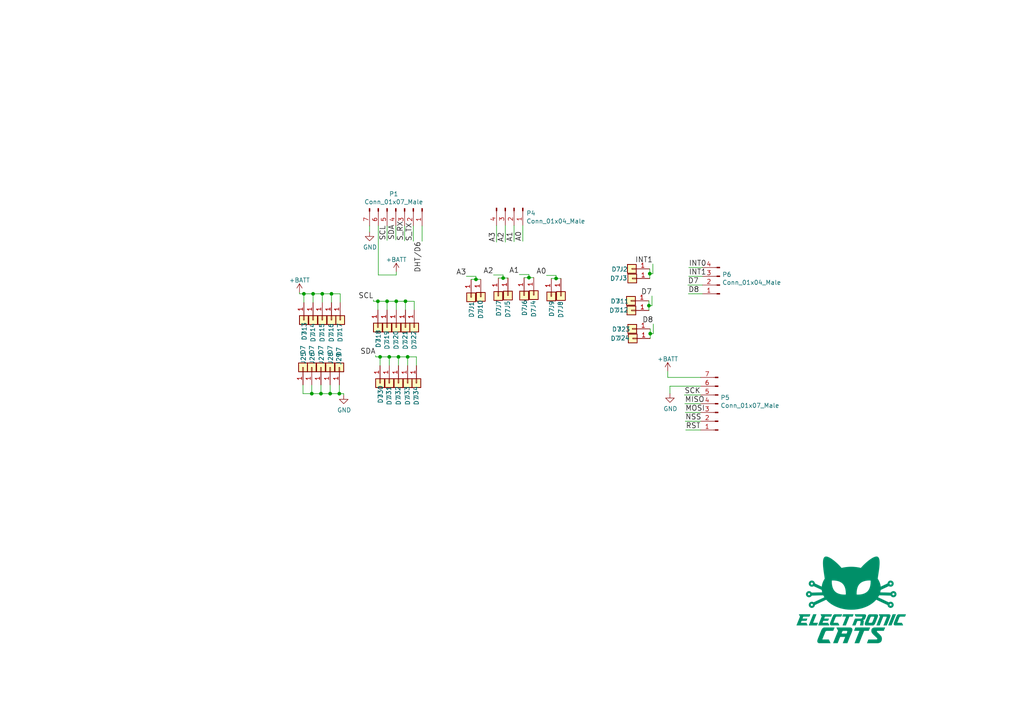
<source format=kicad_sch>
(kicad_sch (version 20230121) (generator eeschema)
  (paper "A4")
  (title_block (title "SensorBoard CatSat v1.0") (date "2016-10-16") (rev "0.3") (company "Electronic Cats") (comment 1 "Andres Sabas") (comment 2 "Eduardo Contreras"))
  (lib_symbols
    (symbol "Connector_Generic:Conn_01x01" (pin_names (offset 1.016) hide)
      (property "Reference" "J" (at 0 2.54 0))
      (property "Value" "Conn_01x01" (at 0 -2.54 0))
      (symbol "Conn_01x01_1_1"
        (rectangle (start -1.27 0.127) (end 0 -0.127) (stroke (width 0.1524)))
        (rectangle (start -1.27 1.27) (end 1.27 -1.27) (stroke (width 0.254)) (fill (type background)))
        (pin passive line (at -5.08 0 0) (length 3.81) (name "Pin_1") (number "1"))
      )
    )
    (symbol "breakout-rescue:Conn_01x04_Male-Connector" (pin_names (offset 1.016) hide)
      (property "Reference" "J" (at 0 5.08 0))
      (property "Value" "Connector:Conn_01x04_Male" (at 0 -7.62 0))
      (symbol "Conn_01x04_Male-Connector_1_1"
        (polyline (pts (xy 1.27 -5.08) (xy 0.8636 -5.08)) (stroke (width 0.1524)))
        (polyline (pts (xy 1.27 -2.54) (xy 0.8636 -2.54)) (stroke (width 0.1524)))
        (polyline (pts (xy 1.27 0) (xy 0.8636 0)) (stroke (width 0.1524)))
        (polyline (pts (xy 1.27 2.54) (xy 0.8636 2.54)) (stroke (width 0.1524)))
        (rectangle (start 0.8636 -4.953) (end 0 -5.207) (stroke (width 0.1524)) (fill (type outline)))
        (rectangle (start 0.8636 -2.413) (end 0 -2.667) (stroke (width 0.1524)) (fill (type outline)))
        (rectangle (start 0.8636 0.127) (end 0 -0.127) (stroke (width 0.1524)) (fill (type outline)))
        (rectangle (start 0.8636 2.667) (end 0 2.413) (stroke (width 0.1524)) (fill (type outline)))
        (pin passive line (at 5.08 2.54 180) (length 3.81) (name "Pin_1") (number "1"))
        (pin passive line (at 5.08 0 180) (length 3.81) (name "Pin_2") (number "2"))
        (pin passive line (at 5.08 -2.54 180) (length 3.81) (name "Pin_3") (number "3"))
        (pin passive line (at 5.08 -5.08 180) (length 3.81) (name "Pin_4") (number "4"))
      )
    )
    (symbol "breakout-rescue:Conn_01x07_Male-Connector" (pin_names (offset 1.016) hide)
      (property "Reference" "J" (at 0 10.16 0))
      (property "Value" "Connector:Conn_01x07_Male" (at 0 -10.16 0))
      (symbol "Conn_01x07_Male-Connector_1_1"
        (polyline (pts (xy 1.27 -7.62) (xy 0.8636 -7.62)) (stroke (width 0.1524)))
        (polyline (pts (xy 1.27 -5.08) (xy 0.8636 -5.08)) (stroke (width 0.1524)))
        (polyline (pts (xy 1.27 -2.54) (xy 0.8636 -2.54)) (stroke (width 0.1524)))
        (polyline (pts (xy 1.27 0) (xy 0.8636 0)) (stroke (width 0.1524)))
        (polyline (pts (xy 1.27 2.54) (xy 0.8636 2.54)) (stroke (width 0.1524)))
        (polyline (pts (xy 1.27 5.08) (xy 0.8636 5.08)) (stroke (width 0.1524)))
        (polyline (pts (xy 1.27 7.62) (xy 0.8636 7.62)) (stroke (width 0.1524)))
        (rectangle (start 0.8636 -7.493) (end 0 -7.747) (stroke (width 0.1524)) (fill (type outline)))
        (rectangle (start 0.8636 -4.953) (end 0 -5.207) (stroke (width 0.1524)) (fill (type outline)))
        (rectangle (start 0.8636 -2.413) (end 0 -2.667) (stroke (width 0.1524)) (fill (type outline)))
        (rectangle (start 0.8636 0.127) (end 0 -0.127) (stroke (width 0.1524)) (fill (type outline)))
        (rectangle (start 0.8636 2.667) (end 0 2.413) (stroke (width 0.1524)) (fill (type outline)))
        (rectangle (start 0.8636 5.207) (end 0 4.953) (stroke (width 0.1524)) (fill (type outline)))
        (rectangle (start 0.8636 7.747) (end 0 7.493) (stroke (width 0.1524)) (fill (type outline)))
        (pin passive line (at 5.08 7.62 180) (length 3.81) (name "Pin_1") (number "1"))
        (pin passive line (at 5.08 5.08 180) (length 3.81) (name "Pin_2") (number "2"))
        (pin passive line (at 5.08 2.54 180) (length 3.81) (name "Pin_3") (number "3"))
        (pin passive line (at 5.08 0 180) (length 3.81) (name "Pin_4") (number "4"))
        (pin passive line (at 5.08 -2.54 180) (length 3.81) (name "Pin_5") (number "5"))
        (pin passive line (at 5.08 -5.08 180) (length 3.81) (name "Pin_6") (number "6"))
        (pin passive line (at 5.08 -7.62 180) (length 3.81) (name "Pin_7") (number "7"))
      )
    )
    (symbol "power:+BATT" (power) (pin_names (offset 0))
      (property "Value" "+BATT" (at 0 3.556 0))
      (symbol "+BATT_0_1"
        (polyline (pts (xy -0.762 1.27) (xy 0 2.54)))
        (polyline (pts (xy 0 0) (xy 0 2.54)))
        (polyline (pts (xy 0 2.54) (xy 0.762 1.27)))
      )
      (symbol "+BATT_1_1"
        (pin power_in line (at 0 0 90) (length 0) hide (name "+BATT") (number "1"))
      )
    )
    (symbol "power:GND" (power) (pin_names (offset 0))
      (property "Value" "GND" (at 0 -3.81 0))
      (symbol "GND_0_1"
        (polyline (pts (xy 0 0) (xy 0 -1.27) (xy 1.27 -1.27) (xy 0 -2.54) (xy -1.27 -1.27) (xy 0 -1.27)))
      )
      (symbol "GND_1_1"
        (pin power_in line (at 0 0 270) (length 0) hide (name "GND") (number "1"))
      )
    )
  )
  (junction (at 115.57 103.505))
  (junction (at 188.595 96.774))
  (junction (at 90.805 85.217))
  (junction (at 118.237 103.505))
  (junction (at 88.138 85.217))
  (junction (at 109.601 87.376))
  (junction (at 117.602 87.376))
  (junction (at 112.268 87.376))
  (junction (at 96.139 85.217))
  (junction (at 188.468 79.375))
  (junction (at 112.903 103.505))
  (junction (at 138.049 81.026))
  (junction (at 145.923 80.645))
  (junction (at 95.758 114.173))
  (junction (at 98.425 114.173))
  (junction (at 114.935 87.376))
  (junction (at 93.472 85.217))
  (junction (at 90.424 114.173))
  (junction (at 188.214 88.646))
  (junction (at 93.091 114.173))
  (junction (at 110.236 103.505))
  (junction (at 153.416 80.518))
  (junction (at 161.29 80.772))
  (wire (pts (xy 203.2 124.714) (xy 198.882 124.714)))
  (wire (pts (xy 151.638 65.405) (xy 151.638 69.977)))
  (wire (pts (xy 188.468 80.772) (xy 188.468 79.375)))
  (wire (pts (xy 203.2 114.554) (xy 198.501 114.554)))
  (wire (pts (xy 189.103 88.646) (xy 188.214 88.646)))
  (wire (pts (xy 112.903 103.505) (xy 110.236 103.505)))
  (wire (pts (xy 112.268 89.916) (xy 112.268 87.376)))
  (wire (pts (xy 107.188 67.31) (xy 107.188 65.532)))
  (wire (pts (xy 161.29 80.772) (xy 159.893 80.772)))
  (wire (pts (xy 112.903 103.505) (xy 115.57 103.505)))
  (wire (pts (xy 99.695 114.554) (xy 99.695 114.173)))
  (wire (pts (xy 109.728 79.756) (xy 114.935 79.756)))
  (wire (pts (xy 146.558 65.405) (xy 146.558 70.231)))
  (wire (pts (xy 90.424 114.173) (xy 87.884 114.173)))
  (wire (pts (xy 112.268 87.376) (xy 114.935 87.376)))
  (wire (pts (xy 115.57 106.045) (xy 115.57 103.505)))
  (wire (pts (xy 189.103 85.852) (xy 189.103 88.646)))
  (wire (pts (xy 112.268 87.376) (xy 109.601 87.376)))
  (wire (pts (xy 87.884 111.633) (xy 87.884 114.173)))
  (wire (pts (xy 162.687 80.772) (xy 161.29 80.772)))
  (wire (pts (xy 189.484 96.774) (xy 188.595 96.774)))
  (wire (pts (xy 108.331 87.376) (xy 109.601 87.376)))
  (wire (pts (xy 203.708 80.137) (xy 199.771 80.137)))
  (wire (pts (xy 203.708 85.217) (xy 199.644 85.217)))
  (wire (pts (xy 193.675 109.474) (xy 203.2 109.474)))
  (wire (pts (xy 95.758 111.633) (xy 95.758 114.173)))
  (wire (pts (xy 114.935 79.756) (xy 114.935 78.867)))
  (wire (pts (xy 144.018 65.405) (xy 144.018 70.231)))
  (wire (pts (xy 114.935 89.916) (xy 114.935 87.376)))
  (wire (pts (xy 144.526 80.645) (xy 144.526 80.772)))
  (wire (pts (xy 154.813 80.518) (xy 153.416 80.518)))
  (wire (pts (xy 203.2 117.094) (xy 198.628 117.094)))
  (wire (pts (xy 143.129 79.756) (xy 145.923 79.756)))
  (wire (pts (xy 114.808 65.532) (xy 114.808 69.596)))
  (wire (pts (xy 109.601 87.376) (xy 109.601 89.916)))
  (wire (pts (xy 149.098 65.405) (xy 149.098 70.104)))
  (wire (pts (xy 188.595 98.171) (xy 188.595 96.774)))
  (wire (pts (xy 194.31 112.014) (xy 194.31 114.173)))
  (wire (pts (xy 203.2 122.174) (xy 198.755 122.174)))
  (wire (pts (xy 117.348 65.532) (xy 117.348 69.85)))
  (wire (pts (xy 120.142 89.916) (xy 120.142 87.376)))
  (wire (pts (xy 93.091 111.633) (xy 93.091 114.173)))
  (wire (pts (xy 153.416 79.629) (xy 153.416 80.518)))
  (wire (pts (xy 90.805 85.217) (xy 93.472 85.217)))
  (wire (pts (xy 95.758 114.173) (xy 98.425 114.173)))
  (wire (pts (xy 188.468 79.375) (xy 188.468 77.978)))
  (wire (pts (xy 110.236 103.505) (xy 110.236 106.045)))
  (wire (pts (xy 189.357 76.581) (xy 189.357 79.375)))
  (wire (pts (xy 122.428 65.532) (xy 122.428 69.977)))
  (wire (pts (xy 145.923 79.756) (xy 145.923 80.645)))
  (wire (pts (xy 135.255 80.137) (xy 138.049 80.137)))
  (wire (pts (xy 189.357 79.375) (xy 188.468 79.375)))
  (wire (pts (xy 193.675 107.696) (xy 193.675 109.474)))
  (wire (pts (xy 117.602 89.916) (xy 117.602 87.376)))
  (wire (pts (xy 203.2 119.634) (xy 198.755 119.634)))
  (wire (pts (xy 189.484 93.98) (xy 189.484 96.774)))
  (wire (pts (xy 188.214 87.249) (xy 188.087 87.249)))
  (wire (pts (xy 188.595 95.377) (xy 188.468 95.377)))
  (wire (pts (xy 114.935 87.376) (xy 117.602 87.376)))
  (wire (pts (xy 147.32 80.645) (xy 145.923 80.645)))
  (wire (pts (xy 138.049 81.026) (xy 136.652 81.026)))
  (wire (pts (xy 90.805 87.757) (xy 90.805 85.217)))
  (wire (pts (xy 188.595 96.774) (xy 188.595 95.377)))
  (wire (pts (xy 119.888 65.532) (xy 119.888 69.977)))
  (wire (pts (xy 96.139 85.217) (xy 98.679 85.217)))
  (wire (pts (xy 118.237 103.505) (xy 120.777 103.505)))
  (wire (pts (xy 152.019 80.518) (xy 152.019 80.645)))
  (wire (pts (xy 115.57 103.505) (xy 118.237 103.505)))
  (wire (pts (xy 138.049 80.137) (xy 138.049 81.026)))
  (wire (pts (xy 194.31 112.014) (xy 203.2 112.014)))
  (wire (pts (xy 188.214 88.646) (xy 188.214 87.249)))
  (wire (pts (xy 203.708 77.597) (xy 199.771 77.597)))
  (wire (pts (xy 86.868 84.836) (xy 86.868 85.217)))
  (wire (pts (xy 136.652 81.026) (xy 136.652 81.153)))
  (wire (pts (xy 93.472 85.217) (xy 96.139 85.217)))
  (wire (pts (xy 108.966 103.124) (xy 108.966 103.505)))
  (wire (pts (xy 98.679 87.757) (xy 98.679 85.217)))
  (wire (pts (xy 159.893 80.772) (xy 159.893 80.899)))
  (wire (pts (xy 90.424 111.633) (xy 90.424 114.173)))
  (wire (pts (xy 96.139 87.757) (xy 96.139 85.217)))
  (wire (pts (xy 93.472 87.757) (xy 93.472 85.217)))
  (wire (pts (xy 99.695 114.173) (xy 98.425 114.173)))
  (wire (pts (xy 95.758 114.173) (xy 93.091 114.173)))
  (wire (pts (xy 158.496 79.883) (xy 161.29 79.883)))
  (wire (pts (xy 86.868 85.217) (xy 88.138 85.217)))
  (wire (pts (xy 88.138 85.217) (xy 88.138 87.757)))
  (wire (pts (xy 112.903 106.045) (xy 112.903 103.505)))
  (wire (pts (xy 188.214 90.043) (xy 188.214 88.646)))
  (wire (pts (xy 90.805 85.217) (xy 88.138 85.217)))
  (wire (pts (xy 117.602 87.376) (xy 120.142 87.376)))
  (wire (pts (xy 108.331 86.995) (xy 108.331 87.376)))
  (wire (pts (xy 120.777 106.045) (xy 120.777 103.505)))
  (wire (pts (xy 145.923 80.645) (xy 144.526 80.645)))
  (wire (pts (xy 161.29 79.883) (xy 161.29 80.772)))
  (wire (pts (xy 93.091 114.173) (xy 90.424 114.173)))
  (wire (pts (xy 153.416 80.518) (xy 152.019 80.518)))
  (wire (pts (xy 150.622 79.629) (xy 153.416 79.629)))
  (wire (pts (xy 109.728 65.532) (xy 109.728 79.756)))
  (wire (pts (xy 112.268 65.532) (xy 112.268 69.723)))
  (wire (pts (xy 188.468 77.978) (xy 188.341 77.978)))
  (wire (pts (xy 139.446 81.026) (xy 138.049 81.026)))
  (wire (pts (xy 118.237 106.045) (xy 118.237 103.505)))
  (wire (pts (xy 203.708 82.677) (xy 199.517 82.677)))
  (wire (pts (xy 108.966 103.505) (xy 110.236 103.505)))
  (wire (pts (xy 98.425 114.173) (xy 98.425 111.633)))
  (image (at 246.888 173.99))
  (label "A2" (at 143.129 79.756 180) (effects (font (size 1.524 1.524))))
  (label "A2" (at 146.558 70.231 90) (effects (font (size 1.524 1.524))))
  (label "MOSI" (at 198.755 119.634 0) (effects (font (size 1.524 1.524))))
  (label "A0" (at 151.638 69.977 90) (effects (font (size 1.524 1.524))))
  (label "D7" (at 199.517 82.677 0) (effects (font (size 1.524 1.524))))
  (label "SCL" (at 108.331 86.995 180) (effects (font (size 1.524 1.524))))
  (label "A0" (at 158.496 79.883 180) (effects (font (size 1.524 1.524))))
  (label "SCL" (at 112.268 69.723 90) (effects (font (size 1.524 1.524))))
  (label "INT1" (at 199.771 80.137 0) (effects (font (size 1.524 1.524))))
  (label "A3" (at 135.255 80.137 180) (effects (font (size 1.524 1.524))))
  (label "SDA" (at 114.808 69.596 90) (effects (font (size 1.524 1.524))))
  (label "S_TX" (at 119.888 69.977 90) (effects (font (size 1.524 1.524))))
  (label "D8" (at 189.484 93.98 180) (effects (font (size 1.524 1.524))))
  (label "DHT/D6" (at 122.428 69.977 270) (effects (font (size 1.524 1.524))))
  (label "S_RX" (at 117.348 69.85 90) (effects (font (size 1.524 1.524))))
  (label "RST" (at 198.882 124.714 0) (effects (font (size 1.524 1.524))))
  (label "NSS" (at 198.755 122.174 0) (effects (font (size 1.524 1.524))))
  (label "A1" (at 149.098 70.104 90) (effects (font (size 1.524 1.524))))
  (label "D8" (at 199.644 85.217 0) (effects (font (size 1.524 1.524))))
  (label "INT0" (at 199.771 77.597 0) (effects (font (size 1.524 1.524))))
  (label "MISO" (at 198.628 117.094 0) (effects (font (size 1.524 1.524))))
  (label "D7" (at 189.103 85.852 180) (effects (font (size 1.524 1.524))))
  (label "SDA" (at 108.966 103.124 180) (effects (font (size 1.524 1.524))))
  (label "INT1" (at 189.357 76.581 180) (effects (font (size 1.524 1.524))))
  (label "A1" (at 150.622 79.629 180) (effects (font (size 1.524 1.524))))
  (label "SCK" (at 198.501 114.554 0) (effects (font (size 1.524 1.524))))
  (label "A3" (at 144.018 70.231 90) (effects (font (size 1.524 1.524))))
  (symbol (lib_id "power:+BATT") (at 114.935 78.867 0) (unit 1)
    (property "Reference" "#PWR01" (effects hide))
    (property "Value" "+BATT" (at 114.935 75.311 0))
  )
  (symbol (lib_id "power:+BATT") (at 193.675 107.696 0) (unit 1)
    (property "Reference" "#PWR04" (effects hide))
    (property "Value" "+BATT" (at 193.675 104.14 0))
  )
  (symbol (lib_id "breakout-rescue:Conn_01x04_Male-Connector") (at 208.788 82.677 180) (unit 1)
    (property "Reference" "P6" (at 209.4738 79.629 0) (effects (justify right)))
    (property "Value" "Conn_01x04_Male" (at 209.4738 81.9404 0) (effects (justify right)))
  )
  (symbol (lib_id "breakout-rescue:Conn_01x04_Male-Connector") (at 149.098 60.325 270) (unit 1)
    (property "Reference" "P4" (at 152.654 61.849 90) (effects (justify left)))
    (property "Value" "Conn_01x04_Male" (at 152.654 64.1604 90) (effects (justify left)))
  )
  (symbol (lib_id "breakout-rescue:Conn_01x07_Male-Connector") (at 114.808 60.452 270) (unit 1)
    (property "Reference" "P1" (at 114.1984 56.261 90))
    (property "Value" "Conn_01x07_Male" (at 114.1984 58.5724 90))
  )
  (symbol (lib_id "breakout-rescue:Conn_01x07_Male-Connector") (at 208.28 117.094 180) (unit 1)
    (property "Reference" "P5" (at 208.9658 115.316 0) (effects (justify right)))
    (property "Value" "Conn_01x07_Male" (at 208.9658 117.6274 0) (effects (justify right)))
  )
  (symbol (lib_id "power:GND") (at 107.188 67.31 0) (unit 1)
    (property "Reference" "#PWR0101" (effects hide))
    (property "Value" "GND" (at 107.315 71.7042 0))
  )
  (symbol (lib_id "power:GND") (at 194.31 114.173 0) (unit 1)
    (property "Reference" "#PWR0102" (effects hide))
    (property "Value" "GND" (at 194.437 118.5672 0))
  )
  (symbol (lib_id "Connector_Generic:Conn_01x01") (at 136.652 86.233 270) (unit 1)
    (property "Reference" "J1" (at 136.779 88.646 0))
    (property "Value" "D7" (at 136.779 90.805 0))
    (property "Footprint" "CatSat:Pin" (effects hide))
  )
  (symbol (lib_id "Connector_Generic:Conn_01x01") (at 139.446 86.106 270) (unit 1)
    (property "Reference" "J10" (at 139.319 88.773 0))
    (property "Value" "D7" (at 139.446 91.186 0))
    (property "Footprint" "CatSat:Pin" (effects hide))
  )
  (symbol (lib_id "Connector_Generic:Conn_01x01") (at 144.526 85.852 270) (unit 1)
    (property "Reference" "J7" (at 144.653 88.265 0))
    (property "Value" "D7" (at 144.653 90.424 0))
    (property "Footprint" "CatSat:Pin" (effects hide))
  )
  (symbol (lib_id "Connector_Generic:Conn_01x01") (at 147.32 85.725 270) (unit 1)
    (property "Reference" "J5" (at 147.193 88.392 0))
    (property "Value" "D7" (at 147.32 90.805 0))
    (property "Footprint" "CatSat:Pin" (effects hide))
  )
  (symbol (lib_id "Connector_Generic:Conn_01x01") (at 152.019 85.725 270) (unit 1)
    (property "Reference" "J6" (at 152.146 88.138 0))
    (property "Value" "D7" (at 152.146 90.297 0))
    (property "Footprint" "CatSat:Pin" (effects hide))
  )
  (symbol (lib_id "Connector_Generic:Conn_01x01") (at 154.813 85.598 270) (unit 1)
    (property "Reference" "J4" (at 154.686 88.265 0))
    (property "Value" "D7" (at 154.813 90.678 0))
    (property "Footprint" "CatSat:Pin" (effects hide))
  )
  (symbol (lib_id "Connector_Generic:Conn_01x01") (at 159.893 85.979 270) (unit 1)
    (property "Reference" "J9" (at 160.02 88.392 0))
    (property "Value" "D7" (at 160.02 90.551 0))
    (property "Footprint" "CatSat:Pin" (effects hide))
  )
  (symbol (lib_id "Connector_Generic:Conn_01x01") (at 162.687 85.852 270) (unit 1)
    (property "Reference" "J8" (at 162.56 88.519 0))
    (property "Value" "D7" (at 162.687 90.932 0))
    (property "Footprint" "CatSat:Pin" (effects hide))
  )
  (symbol (lib_id "Connector_Generic:Conn_01x01") (at 183.261 77.978 180) (unit 1)
    (property "Reference" "J2" (at 180.848 78.105 0))
    (property "Value" "D7" (at 178.689 78.105 0))
    (property "Footprint" "CatSat:Pin" (effects hide))
  )
  (symbol (lib_id "Connector_Generic:Conn_01x01") (at 183.388 80.772 180) (unit 1)
    (property "Reference" "J3" (at 180.721 80.645 0))
    (property "Value" "D7" (at 178.308 80.772 0))
    (property "Footprint" "CatSat:Pin" (effects hide))
  )
  (symbol (lib_id "Connector_Generic:Conn_01x01") (at 183.007 87.249 180) (unit 1)
    (property "Reference" "J11" (at 180.594 87.376 0))
    (property "Value" "D7" (at 178.435 87.376 0))
    (property "Footprint" "CatSat:Pin" (effects hide))
  )
  (symbol (lib_id "Connector_Generic:Conn_01x01") (at 183.134 90.043 180) (unit 1)
    (property "Reference" "J12" (at 180.467 89.916 0))
    (property "Value" "D7" (at 178.054 90.043 0))
    (property "Footprint" "CatSat:Pin" (effects hide))
  )
  (symbol (lib_id "Connector_Generic:Conn_01x01") (at 183.388 95.377 180) (unit 1)
    (property "Reference" "J23" (at 180.975 95.504 0))
    (property "Value" "D7" (at 178.816 95.504 0))
    (property "Footprint" "CatSat:Pin" (effects hide))
  )
  (symbol (lib_id "Connector_Generic:Conn_01x01") (at 183.515 98.171 180) (unit 1)
    (property "Reference" "J24" (at 180.848 98.044 0))
    (property "Value" "D7" (at 178.435 98.171 0))
    (property "Footprint" "CatSat:Pin" (effects hide))
  )
  (symbol (lib_id "Connector_Generic:Conn_01x01") (at 88.138 92.837 270) (unit 1)
    (property "Reference" "J13" (at 88.265 95.25 0))
    (property "Value" "D7" (at 88.265 97.409 0))
    (property "Footprint" "CatSat:Pin" (effects hide))
  )
  (symbol (lib_id "Connector_Generic:Conn_01x01") (at 90.805 92.837 270) (unit 1)
    (property "Reference" "J14" (at 90.678 95.504 0))
    (property "Value" "D7" (at 90.805 97.917 0))
    (property "Footprint" "CatSat:Pin" (effects hide))
  )
  (symbol (lib_id "Connector_Generic:Conn_01x01") (at 93.472 92.837 270) (unit 1)
    (property "Reference" "J15" (at 93.345 95.504 0))
    (property "Value" "D7" (at 93.472 97.917 0))
    (property "Footprint" "CatSat:Pin" (effects hide))
  )
  (symbol (lib_id "Connector_Generic:Conn_01x01") (at 96.139 92.837 270) (unit 1)
    (property "Reference" "J16" (at 96.012 95.504 0))
    (property "Value" "D7" (at 96.139 97.917 0))
    (property "Footprint" "CatSat:Pin" (effects hide))
  )
  (symbol (lib_id "Connector_Generic:Conn_01x01") (at 98.679 92.837 270) (unit 1)
    (property "Reference" "J17" (at 98.552 95.504 0))
    (property "Value" "D7" (at 98.679 97.917 0))
    (property "Footprint" "CatSat:Pin" (effects hide))
  )
  (symbol (lib_id "power:+BATT") (at 86.868 84.836 0) (unit 1)
    (property "Reference" "#PWR0103" (effects hide))
    (property "Value" "+BATT" (at 86.868 81.28 0))
  )
  (symbol (lib_id "Connector_Generic:Conn_01x01") (at 98.425 106.553 90) (unit 1)
    (property "Reference" "J29" (at 98.298 104.14 0))
    (property "Value" "D7" (at 98.298 101.981 0))
    (property "Footprint" "CatSat:Pin" (effects hide))
  )
  (symbol (lib_id "Connector_Generic:Conn_01x01") (at 95.758 106.553 90) (unit 1)
    (property "Reference" "J28" (at 95.885 103.886 0))
    (property "Value" "D7" (at 95.758 101.473 0))
    (property "Footprint" "CatSat:Pin" (effects hide))
  )
  (symbol (lib_id "Connector_Generic:Conn_01x01") (at 90.424 106.553 90) (unit 1)
    (property "Reference" "J26" (at 90.551 103.886 0))
    (property "Value" "D7" (at 90.424 101.473 0))
    (property "Footprint" "CatSat:Pin" (effects hide))
  )
  (symbol (lib_id "Connector_Generic:Conn_01x01") (at 87.884 106.553 90) (unit 1)
    (property "Reference" "J25" (at 88.011 103.886 0))
    (property "Value" "D7" (at 87.884 101.473 0))
    (property "Footprint" "CatSat:Pin" (effects hide))
  )
  (symbol (lib_id "Connector_Generic:Conn_01x01") (at 93.091 106.553 90) (unit 1)
    (property "Reference" "J27" (at 93.218 103.886 0))
    (property "Value" "D7" (at 93.091 101.473 0))
    (property "Footprint" "CatSat:Pin" (effects hide))
  )
  (symbol (lib_id "power:GND") (at 99.695 114.554 0) (unit 1)
    (property "Reference" "#PWR0104" (effects hide))
    (property "Value" "GND" (at 99.822 118.9482 0))
  )
  (symbol (lib_id "Connector_Generic:Conn_01x01") (at 109.601 94.996 270) (unit 1)
    (property "Reference" "J18" (at 109.728 97.409 0))
    (property "Value" "D7" (at 109.728 99.568 0))
    (property "Footprint" "CatSat:Pin" (effects hide))
  )
  (symbol (lib_id "Connector_Generic:Conn_01x01") (at 112.268 94.996 270) (unit 1)
    (property "Reference" "J19" (at 112.141 97.663 0))
    (property "Value" "D7" (at 112.268 100.076 0))
    (property "Footprint" "CatSat:Pin" (effects hide))
  )
  (symbol (lib_id "Connector_Generic:Conn_01x01") (at 117.602 94.996 270) (unit 1)
    (property "Reference" "J21" (at 117.475 97.663 0))
    (property "Value" "D7" (at 117.602 100.076 0))
    (property "Footprint" "CatSat:Pin" (effects hide))
  )
  (symbol (lib_id "Connector_Generic:Conn_01x01") (at 120.142 94.996 270) (unit 1)
    (property "Reference" "J22" (at 120.015 97.663 0))
    (property "Value" "D7" (at 120.142 100.076 0))
    (property "Footprint" "CatSat:Pin" (effects hide))
  )
  (symbol (lib_id "Connector_Generic:Conn_01x01") (at 114.935 94.996 270) (unit 1)
    (property "Reference" "J20" (at 114.808 97.663 0))
    (property "Value" "D7" (at 114.935 100.076 0))
    (property "Footprint" "CatSat:Pin" (effects hide))
  )
  (symbol (lib_id "Connector_Generic:Conn_01x01") (at 110.236 111.125 270) (unit 1)
    (property "Reference" "J30" (at 110.363 113.538 0))
    (property "Value" "D7" (at 110.363 115.697 0))
    (property "Footprint" "CatSat:Pin" (effects hide))
  )
  (symbol (lib_id "Connector_Generic:Conn_01x01") (at 112.903 111.125 270) (unit 1)
    (property "Reference" "J31" (at 112.776 113.792 0))
    (property "Value" "D7" (at 112.903 116.205 0))
    (property "Footprint" "CatSat:Pin" (effects hide))
  )
  (symbol (lib_id "Connector_Generic:Conn_01x01") (at 118.237 111.125 270) (unit 1)
    (property "Reference" "J33" (at 118.11 113.792 0))
    (property "Value" "D7" (at 118.237 116.205 0))
    (property "Footprint" "CatSat:Pin" (effects hide))
  )
  (symbol (lib_id "Connector_Generic:Conn_01x01") (at 120.777 111.125 270) (unit 1)
    (property "Reference" "J34" (at 120.65 113.792 0))
    (property "Value" "D7" (at 120.777 116.205 0))
    (property "Footprint" "CatSat:Pin" (effects hide))
  )
  (symbol (lib_id "Connector_Generic:Conn_01x01") (at 115.57 111.125 270) (unit 1)
    (property "Reference" "J32" (at 115.443 113.792 0))
    (property "Value" "D7" (at 115.57 116.205 0))
    (property "Footprint" "CatSat:Pin" (effects hide))
  )
)
</source>
